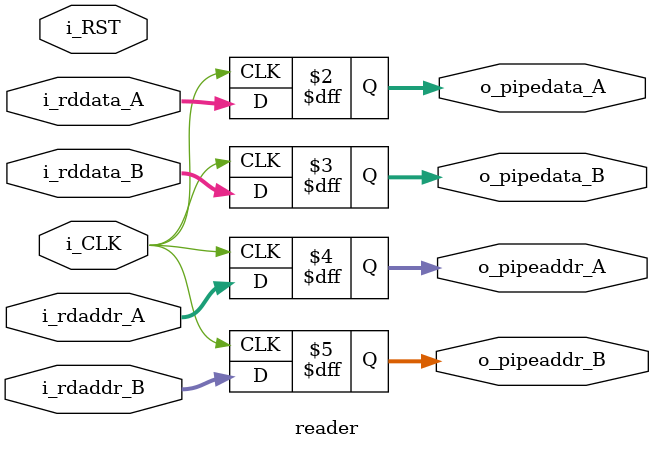
<source format=v>
module reader 
    #( parameter WORD_SIZE = 16,
       parameter ADDR_SIZE = 5 )
(
    input wire i_CLK,
    input wire i_RST,
    input wire [WORD_SIZE-1:0] i_rddata_A,
    input wire [WORD_SIZE-1:0] i_rddata_B,
    input wire [ADDR_SIZE-1:0] i_rdaddr_A,
    input wire [ADDR_SIZE-1:0] i_rdaddr_B,

    output reg [WORD_SIZE-1:0] o_pipedata_A,
    output reg [WORD_SIZE-1:0] o_pipedata_B,
    output reg [ADDR_SIZE-1:0] o_pipeaddr_A,
    output reg [ADDR_SIZE-1:0] o_pipeaddr_B
);

always @ (posedge i_CLK) begin

    /** Pipe data and address to next block **/
    o_pipedata_A <= i_rddata_A; 
    o_pipedata_B <= i_rddata_B;

    o_pipeaddr_A <= i_rdaddr_A;
    o_pipeaddr_B <= i_rdaddr_B;
end

endmodule

</source>
